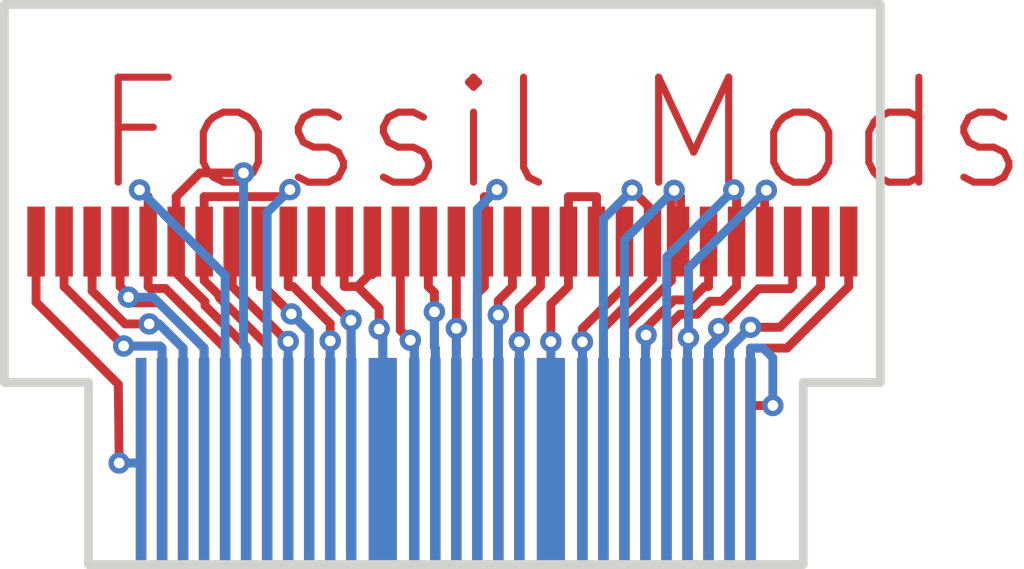
<source format=kicad_pcb>
(kicad_pcb (version 20171130) (host pcbnew "(5.1.5)-3") (page "A4") (layers (0 "F.Cu" signal) (31 "B.Cu" signal) (32 "B.Adhes" user) (33 "F.Adhes" user) (34 "B.Paste" user) (35 "F.Paste" user) (36 "B.SilkS" user) (37 "F.SilkS" user) (38 "B.Mask" user) (39 "F.Mask" user) (40 "Dwgs.User" user) (41 "Cmts.User" user) (42 "Eco1.User" user) (43 "Eco2.User" user) (44 "Edge.Cuts" user) (45 "Margin" user) (46 "B.CrtYd" user) (47 "F.CrtYd" user) (48 "B.Fab" user hide) (49 "F.Fab" user hide)) (net 0 "") (net 1 "P1") (net 2 "P10") (net 3 "P11") (net 4 "P12") (net 5 "P14") (net 6 "P15") (net 7 "P16") (net 8 "P17") (net 9 "P18") (net 10 "P19") (net 11 "P2") (net 12 "P20") (net 13 "P22") (net 14 "P23") (net 15 "P24") (net 16 "P25") (net 17 "P26") (net 18 "P27") (net 19 "P28") (net 20 "P29") (net 21 "P3") (net 22 "P30") (net 23 "P31") (net 24 "P32") (net 25 "P4") (net 26 "P5") (net 27 "P6") (net 28 "P7") (net 29 "P8") (net 30 "P9") (segment (start 27.213 66.926) (end 26.588 66.926) (width 0.254) (layer "B.Cu") (net 1)) (segment (start 26.717 63.584) (end 27.756 63.584) (width 0.254) (layer "B.Cu") (net 11)) (segment (start 27.756 63.584) (end 27.814 63.643) (width 0.254) (layer "B.Cu") (net 11)) (segment (start 27.814 66.926) (end 27.814 63.643) (width 0.254) (layer "B.Cu") (net 11)) (segment (start 29.014 63.643) (end 27.559 62.188) (width 0.254) (layer "B.Cu") (net 25)) (segment (start 27.559 62.188) (end 26.855 62.188) (width 0.254) (layer "B.Cu") (net 25)) (segment (start 29.014 66.926) (end 29.014 63.643) (width 0.254) (layer "B.Cu") (net 25)) (segment (start 28.414 66.926) (end 28.414 63.643) (width 0.254) (layer "B.Cu") (net 21)) (segment (start 28.414 63.643) (end 27.724 62.952) (width 0.254) (layer "B.Cu") (net 21)) (segment (start 27.724 62.952) (end 27.445 62.952) (width 0.254) (layer "B.Cu") (net 21)) (segment (start 30.214 63.643) (end 30.139 63.567) (width 0.254) (layer "B.Cu") (net 27)) (segment (start 30.139 63.567) (end 30.139 58.638) (width 0.254) (layer "B.Cu") (net 27)) (segment (start 30.214 66.926) (end 30.214 63.643) (width 0.254) (layer "B.Cu") (net 27)) (segment (start 29.614 66.926) (end 29.614 61.566) (width 0.254) (layer "B.Cu") (net 26)) (segment (start 29.614 61.566) (end 27.17 59.122) (width 0.254) (layer "B.Cu") (net 26)) (segment (start 33.214 66.926) (end 33.214 62.858) (width 0.254) (layer "B.Cu") (net 3)) (segment (start 33.214 62.858) (end 33.207 62.85) (width 0.254) (layer "B.Cu") (net 3)) (segment (start 31.504 62.667) (end 32.014 63.177) (width 0.254) (layer "B.Cu") (net 30)) (segment (start 32.014 63.177) (end 32.014 66.926) (width 0.254) (layer "B.Cu") (net 30)) (segment (start 32.614 63.437) (end 32.614 66.926) (width 0.254) (layer "B.Cu") (net 2)) (segment (start 31.414 66.926) (end 31.414 63.451) (width 0.254) (layer "B.Cu") (net 29)) (segment (start 30.814 66.926) (end 30.814 63.643) (width 0.254) (layer "B.Cu") (net 28)) (segment (start 31.463 59.115) (end 30.814 59.764) (width 0.254) (layer "B.Cu") (net 28)) (segment (start 30.814 59.764) (end 30.814 63.643) (width 0.254) (layer "B.Cu") (net 28)) (segment (start 37.373 59.115) (end 36.814 59.674) (width 0.254) (layer "B.Cu") (net 8)) (segment (start 36.814 59.674) (end 36.814 66.926) (width 0.254) (layer "B.Cu") (net 8)) (segment (start 37.414 62.697) (end 37.414 66.926) (width 0.254) (layer "B.Cu") (net 9)) (segment (start 35.614 63.642) (end 35.588 63.616) (width 0.254) (layer "B.Cu") (net 6)) (segment (start 35.588 63.616) (end 35.588 62.607) (width 0.254) (layer "B.Cu") (net 6)) (segment (start 35.614 66.926) (end 35.614 63.642) (width 0.254) (layer "B.Cu") (net 6)) (segment (start 36.214 66.926) (end 36.214 63.082) (width 0.254) (layer "B.Cu") (net 7)) (segment (start 36.214 63.082) (end 36.216 63.08) (width 0.254) (layer "B.Cu") (net 7)) (segment (start 35.014 66.926) (end 35.014 63.642) (width 0.254) (layer "B.Cu") (net 5)) (segment (start 34.9 63.419) (end 34.9 63.529) (width 0.254) (layer "B.Cu") (net 5)) (segment (start 34.9 63.529) (end 35.014 63.642) (width 0.254) (layer "B.Cu") (net 5)) (segment (start 40.414 66.926) (end 40.414 59.951) (width 0.254) (layer "B.Cu") (net 14)) (segment (start 40.414 59.951) (end 41.234 59.131) (width 0.254) (layer "B.Cu") (net 14)) (segment (start 41.014 66.926) (end 41.014 60.555) (width 0.254) (layer "B.Cu") (net 15)) (segment (start 41.014 60.555) (end 42.433 59.136) (width 0.254) (layer "B.Cu") (net 15)) (segment (start 39.814 66.926) (end 39.814 63.464) (width 0.254) (layer "B.Cu") (net 13)) (segment (start 38.014 66.926) (end 38.014 63.464) (width 0.254) (layer "B.Cu") (net 10)) (segment (start 44.014 63.642) (end 44.607 63.049) (width 0.254) (layer "B.Cu") (net 20)) (segment (start 44.607 63.049) (end 44.614 63.049) (width 0.254) (layer "B.Cu") (net 20)) (segment (start 44.014 66.926) (end 44.014 63.642) (width 0.254) (layer "B.Cu") (net 20)) (segment (start 44.614 63.642) (end 44.974 63.642) (width 0.254) (layer "B.Cu") (net 22)) (segment (start 44.974 63.642) (end 45.25 63.919) (width 0.254) (layer "B.Cu") (net 22)) (segment (start 45.25 63.919) (end 45.25 65.284) (width 0.254) (layer "B.Cu") (net 22)) (segment (start 44.614 66.926) (end 44.614 63.642) (width 0.254) (layer "B.Cu") (net 22)) (segment (start 45.065 59.133) (end 42.843 61.355) (width 0.254) (layer "B.Cu") (net 18)) (segment (start 42.843 61.355) (end 42.843 63.35) (width 0.254) (layer "B.Cu") (net 18)) (segment (start 42.843 63.35) (end 42.843 63.614) (width 0.254) (layer "B.Cu") (net 18)) (segment (start 42.843 63.614) (end 42.814 63.642) (width 0.254) (layer "B.Cu") (net 18)) (segment (start 42.814 66.926) (end 42.814 63.642) (width 0.254) (layer "B.Cu") (net 18)) (segment (start 43.703 63.085) (end 43.703 63.33) (width 0.254) (layer "B.Cu") (net 19)) (segment (start 43.703 63.33) (end 43.414 63.619) (width 0.254) (layer "B.Cu") (net 19)) (segment (start 43.414 63.619) (end 43.414 66.926) (width 0.254) (layer "B.Cu") (net 19)) (segment (start 42.214 63.642) (end 42.221 63.635) (width 0.254) (layer "B.Cu") (net 17)) (segment (start 42.221 63.635) (end 42.221 61.037) (width 0.254) (layer "B.Cu") (net 17)) (segment (start 42.221 61.037) (end 44.136 59.122) (width 0.254) (layer "B.Cu") (net 17)) (segment (start 42.214 66.926) (end 42.214 63.642) (width 0.254) (layer "B.Cu") (net 17)) (segment (start 41.614 66.926) (end 41.614 63.287) (width 0.254) (layer "B.Cu") (net 16)) (segment (start 41.614 63.287) (end 41.631 63.27) (width 0.254) (layer "B.Cu") (net 16)) (segment (start 34.114 66.926) (end 34.114 63.204) (width 0.254) (layer "B.Cu") (net 4)) (segment (start 34.114 63.204) (end 34.011 63.1) (width 0.254) (layer "B.Cu") (net 4)) (segment (start 38.914 66.926) (end 38.914 63.457) (width 0.254) (layer "B.Cu") (net 12)) (module "AutoGenerated:Pad_0.30mm" (layer "F.Cu") (at 27.213 66.926) (attr virtual) (fp_text reference "" (at 0 0) (layer "F.SilkS")) (fp_text value "" (at 0 0) (layer "F.SilkS")) (pad 1 smd rect (at 0 0 0) (size 0.3 6) (layers "B.Cu" "B.Paste" "B.Mask") (net 1 "P1"))) (module "AutoGenerated:Pad_0.80mm" (layer "F.Cu") (at 38.914 66.926) (attr virtual) (fp_text reference "" (at 0 0) (layer "F.SilkS")) (fp_text value "" (at 0 0) (layer "F.SilkS")) (pad 1 smd rect (at 0 0 0) (size 0.8 6) (layers "B.Cu" "B.Paste" "B.Mask") (net 12 "P20"))) (module "AutoGenerated:Pad_0.80mm" (layer "F.Cu") (at 34.114 66.926) (attr virtual) (fp_text reference "" (at 0 0) (layer "F.SilkS")) (fp_text value "" (at 0 0) (layer "F.SilkS")) (pad 1 smd rect (at 0 0 0) (size 0.8 6) (layers "B.Cu" "B.Paste" "B.Mask") (net 4 "P12"))) (module "AutoGenerated:Pad_0.30mm" (layer "F.Cu") (at 41.614 66.926) (attr virtual) (fp_text reference "" (at 0 0) (layer "F.SilkS")) (fp_text value "" (at 0 0) (layer "F.SilkS")) (pad 1 smd rect (at 0 0 0) (size 0.3 6) (layers "B.Cu" "B.Paste" "B.Mask") (net 16 "P25"))) (module "AutoGenerated:Pad_0.30mm" (layer "F.Cu") (at 42.214 66.926) (attr virtual) (fp_text reference "" (at 0 0) (layer "F.SilkS")) (fp_text value "" (at 0 0) (layer "F.SilkS")) (pad 1 smd rect (at 0 0 0) (size 0.3 6) (layers "B.Cu" "B.Paste" "B.Mask") (net 17 "P26"))) (module "AutoGenerated:Pad_0.30mm" (layer "F.Cu") (at 43.414 66.926) (attr virtual) (fp_text reference "" (at 0 0) (layer "F.SilkS")) (fp_text value "" (at 0 0) (layer "F.SilkS")) (pad 1 smd rect (at 0 0 0) (size 0.3 6) (layers "B.Cu" "B.Paste" "B.Mask") (net 19 "P28"))) (module "AutoGenerated:Pad_0.30mm" (layer "F.Cu") (at 42.814 66.926) (attr virtual) (fp_text reference "" (at 0 0) (layer "F.SilkS")) (fp_text value "" (at 0 0) (layer "F.SilkS")) (pad 1 smd rect (at 0 0 0) (size 0.3 6) (layers "B.Cu" "B.Paste" "B.Mask") (net 18 "P27"))) (module "AutoGenerated:Pad_0.30mm" (layer "F.Cu") (at 44.614 66.926) (attr virtual) (fp_text reference "" (at 0 0) (layer "F.SilkS")) (fp_text value "" (at 0 0) (layer "F.SilkS")) (pad 1 smd rect (at 0 0 0) (size 0.3 6) (layers "B.Cu" "B.Paste" "B.Mask") (net 22 "P30"))) (module "AutoGenerated:Pad_0.30mm" (layer "F.Cu") (at 44.014 66.926) (attr virtual) (fp_text reference "" (at 0 0) (layer "F.SilkS")) (fp_text value "" (at 0 0) (layer "F.SilkS")) (pad 1 smd rect (at 0 0 0) (size 0.3 6) (layers "B.Cu" "B.Paste" "B.Mask") (net 20 "P29"))) (module "AutoGenerated:Pad_0.30mm" (layer "F.Cu") (at 38.014 66.926) (attr virtual) (fp_text reference "" (at 0 0) (layer "F.SilkS")) (fp_text value "" (at 0 0) (layer "F.SilkS")) (pad 1 smd rect (at 0 0 0) (size 0.3 6) (layers "B.Cu" "B.Paste" "B.Mask") (net 10 "P19"))) (module "AutoGenerated:Pad_0.30mm" (layer "F.Cu") (at 39.814 66.926) (attr virtual) (fp_text reference "" (at 0 0) (layer "F.SilkS")) (fp_text value "" (at 0 0) (layer "F.SilkS")) (pad 1 smd rect (at 0 0 0) (size 0.3 6) (layers "B.Cu" "B.Paste" "B.Mask") (net 13 "P22"))) (module "AutoGenerated:Pad_0.30mm" (layer "F.Cu") (at 41.014 66.926) (attr virtual) (fp_text reference "" (at 0 0) (layer "F.SilkS")) (fp_text value "" (at 0 0) (layer "F.SilkS")) (pad 1 smd rect (at 0 0 0) (size 0.3 6) (layers "B.Cu" "B.Paste" "B.Mask") (net 15 "P24"))) (module "AutoGenerated:Pad_0.30mm" (layer "F.Cu") (at 40.414 66.926) (attr virtual) (fp_text reference "" (at 0 0) (layer "F.SilkS")) (fp_text value "" (at 0 0) (layer "F.SilkS")) (pad 1 smd rect (at 0 0 0) (size 0.3 6) (layers "B.Cu" "B.Paste" "B.Mask") (net 14 "P23"))) (module "AutoGenerated:Pad_0.30mm" (layer "F.Cu") (at 35.014 66.926) (attr virtual) (fp_text reference "" (at 0 0) (layer "F.SilkS")) (fp_text value "" (at 0 0) (layer "F.SilkS")) (pad 1 smd rect (at 0 0 0) (size 0.3 6) (layers "B.Cu" "B.Paste" "B.Mask") (net 5 "P14"))) (module "AutoGenerated:Pad_0.30mm" (layer "F.Cu") (at 36.214 66.926) (attr virtual) (fp_text reference "" (at 0 0) (layer "F.SilkS")) (fp_text value "" (at 0 0) (layer "F.SilkS")) (pad 1 smd rect (at 0 0 0) (size 0.3 6) (layers "B.Cu" "B.Paste" "B.Mask") (net 7 "P16"))) (module "AutoGenerated:Pad_0.30mm" (layer "F.Cu") (at 35.614 66.926) (attr virtual) (fp_text reference "" (at 0 0) (layer "F.SilkS")) (fp_text value "" (at 0 0) (layer "F.SilkS")) (pad 1 smd rect (at 0 0 0) (size 0.3 6) (layers "B.Cu" "B.Paste" "B.Mask") (net 6 "P15"))) (module "AutoGenerated:Pad_0.30mm" (layer "F.Cu") (at 37.414 66.926) (attr virtual) (fp_text reference "" (at 0 0) (layer "F.SilkS")) (fp_text value "" (at 0 0) (layer "F.SilkS")) (pad 1 smd rect (at 0 0 0) (size 0.3 6) (layers "B.Cu" "B.Paste" "B.Mask") (net 9 "P18"))) (module "AutoGenerated:Pad_0.30mm" (layer "F.Cu") (at 36.814 66.926) (attr virtual) (fp_text reference "" (at 0 0) (layer "F.SilkS")) (fp_text value "" (at 0 0) (layer "F.SilkS")) (pad 1 smd rect (at 0 0 0) (size 0.3 6) (layers "B.Cu" "B.Paste" "B.Mask") (net 8 "P17"))) (module "AutoGenerated:Pad_0.30mm" (layer "F.Cu") (at 30.814 66.926) (attr virtual) (fp_text reference "" (at 0 0) (layer "F.SilkS")) (fp_text value "" (at 0 0) (layer "F.SilkS")) (pad 1 smd rect (at 0 0 0) (size 0.3 6) (layers "B.Cu" "B.Paste" "B.Mask") (net 28 "P7"))) (module "AutoGenerated:Pad_0.30mm" (layer "F.Cu") (at 31.414 66.926) (attr virtual) (fp_text reference "" (at 0 0) (layer "F.SilkS")) (fp_text value "" (at 0 0) (layer "F.SilkS")) (pad 1 smd rect (at 0 0 0) (size 0.3 6) (layers "B.Cu" "B.Paste" "B.Mask") (net 29 "P8"))) (module "AutoGenerated:Pad_0.30mm" (layer "F.Cu") (at 32.614 66.926) (attr virtual) (fp_text reference "" (at 0 0) (layer "F.SilkS")) (fp_text value "" (at 0 0) (layer "F.SilkS")) (pad 1 smd rect (at 0 0 0) (size 0.3 6) (layers "B.Cu" "B.Paste" "B.Mask") (net 2 "P10"))) (module "AutoGenerated:Pad_0.30mm" (layer "F.Cu") (at 32.014 66.926) (attr virtual) (fp_text reference "" (at 0 0) (layer "F.SilkS")) (fp_text value "" (at 0 0) (layer "F.SilkS")) (pad 1 smd rect (at 0 0 0) (size 0.3 6) (layers "B.Cu" "B.Paste" "B.Mask") (net 30 "P9"))) (module "AutoGenerated:Pad_0.30mm" (layer "F.Cu") (at 33.214 66.926) (attr virtual) (fp_text reference "" (at 0 0) (layer "F.SilkS")) (fp_text value "" (at 0 0) (layer "F.SilkS")) (pad 1 smd rect (at 0 0 0) (size 0.3 6) (layers "B.Cu" "B.Paste" "B.Mask") (net 3 "P11"))) (module "AutoGenerated:Pad_0.30mm" (layer "F.Cu") (at 29.614 66.926) (attr virtual) (fp_text reference "" (at 0 0) (layer "F.SilkS")) (fp_text value "" (at 0 0) (layer "F.SilkS")) (pad 1 smd rect (at 0 0 0) (size 0.3 6) (layers "B.Cu" "B.Paste" "B.Mask") (net 26 "P5"))) (module "AutoGenerated:Pad_0.30mm" (layer "F.Cu") (at 30.214 66.926) (attr virtual) (fp_text reference "" (at 0 0) (layer "F.SilkS")) (fp_text value "" (at 0 0) (layer "F.SilkS")) (pad 1 smd rect (at 0 0 0) (size 0.3 6) (layers "B.Cu" "B.Paste" "B.Mask") (net 27 "P6"))) (module "AutoGenerated:Pad_0.30mm" (layer "F.Cu") (at 28.414 66.926) (attr virtual) (fp_text reference "" (at 0 0) (layer "F.SilkS")) (fp_text value "" (at 0 0) (layer "F.SilkS")) (pad 1 smd rect (at 0 0 0) (size 0.3 6) (layers "B.Cu" "B.Paste" "B.Mask") (net 21 "P3"))) (module "AutoGenerated:Pad_0.30mm" (layer "F.Cu") (at 29.014 66.926) (attr virtual) (fp_text reference "" (at 0 0) (layer "F.SilkS")) (fp_text value "" (at 0 0) (layer "F.SilkS")) (pad 1 smd rect (at 0 0 0) (size 0.3 6) (layers "B.Cu" "B.Paste" "B.Mask") (net 25 "P4"))) (module "AutoGenerated:Pad_0.30mm" (layer "F.Cu") (at 27.814 66.926) (attr virtual) (fp_text reference "" (at 0 0) (layer "F.SilkS")) (fp_text value "" (at 0 0) (layer "F.SilkS")) (pad 1 smd rect (at 0 0 0) (size 0.3 6) (layers "B.Cu" "B.Paste" "B.Mask") (net 11 "P2"))) (gr_line (start 46.119 64.626) (end 46.119 69.827) (width 0.254) (layer "Edge.Cuts")) (gr_line (start 48.319 53.823) (end 48.319 64.626) (width 0.254) (layer "Edge.Cuts")) (gr_line (start 48.319 64.626) (end 46.119 64.626) (width 0.254) (layer "Edge.Cuts")) (gr_line (start 23.313 64.626) (end 23.313 53.823) (width 0.254) (layer "Edge.Cuts")) (gr_line (start 25.714 64.626) (end 25.714 69.827) (width 0.254) (layer "Edge.Cuts")) (gr_line (start 25.714 64.626) (end 23.313 64.626) (width 0.254) (layer "Edge.Cuts")) (gr_line (start 46.119 69.827) (end 25.714 69.827) (width 0.254) (layer "Edge.Cuts")) (gr_line (start 23.313 53.823) (end 48.319 53.823) (width 0.254) (layer "Edge.Cuts")) (segment (start 24.216 60.599) (end 24.216 62.329) (width 0.254) (layer "F.Cu") (net 1)) (segment (start 24.216 62.329) (end 26.563 64.676) (width 0.254) (layer "F.Cu") (net 1)) (segment (start 26.563 64.676) (end 26.589 66.926) (width 0.254) (layer "F.Cu") (net 1)) (segment (start 26.588 66.926) (end 27.213 66.926) (width 0.254) (layer "F.Cu") (net 1)) (segment (start 27.213 66.926) (end 27.214 66.926) (width 0.254) (layer "F.Cu") (net 1)) (segment (start 26.717 63.584) (end 27.756 63.584) (width 0.254) (layer "F.Cu") (net 11)) (segment (start 27.756 63.584) (end 27.814 63.643) (width 0.254) (layer "F.Cu") (net 11)) (segment (start 25.016 61.883) (end 26.717 63.584) (width 0.254) (layer "F.Cu") (net 11)) (segment (start 27.814 66.926) (end 27.814 63.643) (width 0.254) (layer "F.Cu") (net 11)) (segment (start 25.016 60.599) (end 25.016 61.883) (width 0.254) (layer "F.Cu") (net 11)) (segment (start 26.855 62.188) (end 27.018 62.351) (width 0.254) (layer "F.Cu") (net 25)) (segment (start 27.018 62.351) (end 27.723 62.351) (width 0.254) (layer "F.Cu") (net 25)) (segment (start 27.723 62.351) (end 29.014 63.643) (width 0.254) (layer "F.Cu") (net 25)) (segment (start 26.616 61.883) (end 26.855 62.121) (width 0.254) (layer "F.Cu") (net 25)) (segment (start 26.855 62.121) (end 26.855 62.188) (width 0.254) (layer "F.Cu") (net 25)) (segment (start 29.014 66.926) (end 29.014 63.643) (width 0.254) (layer "F.Cu") (net 25)) (segment (start 26.616 60.599) (end 26.616 61.883) (width 0.254) (layer "F.Cu") (net 25)) (segment (start 27.445 62.952) (end 27.724 62.952) (width 0.254) (layer "F.Cu") (net 21)) (segment (start 27.724 62.952) (end 28.414 63.643) (width 0.254) (layer "F.Cu") (net 21)) (segment (start 25.816 60.599) (end 25.816 62.009) (width 0.254) (layer "F.Cu") (net 21)) (segment (start 25.816 62.009) (end 26.759 62.952) (width 0.254) (layer "F.Cu") (net 21)) (segment (start 26.759 62.952) (end 27.445 62.952) (width 0.254) (layer "F.Cu") (net 21)) (segment (start 28.414 66.926) (end 28.414 63.643) (width 0.254) (layer "F.Cu") (net 21)) (segment (start 30.214 66.926) (end 30.214 63.604) (width 0.254) (layer "F.Cu") (net 27)) (segment (start 30.214 63.604) (end 29.039 62.429) (width 0.254) (layer "F.Cu") (net 27)) (segment (start 29.039 62.429) (end 29.039 62.317) (width 0.254) (layer "F.Cu") (net 27)) (segment (start 29.039 62.317) (end 28.216 61.494) (width 0.254) (layer "F.Cu") (net 27)) (segment (start 28.216 61.494) (end 28.216 60.599) (width 0.254) (layer "F.Cu") (net 27)) (segment (start 28.216 60.599) (end 28.216 59.316) (width 0.254) (layer "F.Cu") (net 27)) (segment (start 28.216 59.316) (end 28.894 58.638) (width 0.254) (layer "F.Cu") (net 27)) (segment (start 28.894 58.638) (end 30.139 58.638) (width 0.254) (layer "F.Cu") (net 27)) (segment (start 27.416 60.599) (end 27.416 61.883) (width 0.254) (layer "F.Cu") (net 26)) (segment (start 29.614 63.643) (end 27.911 61.94) (width 0.254) (layer "F.Cu") (net 26)) (segment (start 27.911 61.94) (end 27.473 61.94) (width 0.254) (layer "F.Cu") (net 26)) (segment (start 27.473 61.94) (end 27.416 61.883) (width 0.254) (layer "F.Cu") (net 26)) (segment (start 27.416 60.599) (end 27.416 59.316) (width 0.254) (layer "F.Cu") (net 26)) (segment (start 27.17 59.122) (end 27.364 59.316) (width 0.254) (layer "F.Cu") (net 26)) (segment (start 27.364 59.316) (end 27.416 59.316) (width 0.254) (layer "F.Cu") (net 26)) (segment (start 29.614 66.926) (end 29.614 63.643) (width 0.254) (layer "F.Cu") (net 26)) (segment (start 33.214 66.926) (end 33.214 63.642) (width 0.254) (layer "F.Cu") (net 3)) (segment (start 33.207 62.85) (end 33.207 63.635) (width 0.254) (layer "F.Cu") (net 3)) (segment (start 33.207 63.635) (end 33.214 63.642) (width 0.254) (layer "F.Cu") (net 3)) (segment (start 32.216 61.883) (end 33.183 62.85) (width 0.254) (layer "F.Cu") (net 3)) (segment (start 33.183 62.85) (end 33.207 62.85) (width 0.254) (layer "F.Cu") (net 3)) (segment (start 32.216 60.599) (end 32.216 61.883) (width 0.254) (layer "F.Cu") (net 3)) (segment (start 31.504 62.667) (end 30.72 61.883) (width 0.254) (layer "F.Cu") (net 30)) (segment (start 30.72 61.883) (end 30.616 61.883) (width 0.254) (layer "F.Cu") (net 30)) (segment (start 32.014 66.926) (end 32.014 63.177) (width 0.254) (layer "F.Cu") (net 30)) (segment (start 32.014 63.177) (end 31.504 62.667) (width 0.254) (layer "F.Cu") (net 30)) (segment (start 30.616 60.599) (end 30.616 61.883) (width 0.254) (layer "F.Cu") (net 30)) (segment (start 32.614 63.437) (end 32.614 62.943) (width 0.254) (layer "F.Cu") (net 2)) (segment (start 32.614 62.943) (end 31.554 61.883) (width 0.254) (layer "F.Cu") (net 2)) (segment (start 31.554 61.883) (end 31.416 61.883) (width 0.254) (layer "F.Cu") (net 2)) (segment (start 32.614 66.926) (end 32.614 63.437) (width 0.254) (layer "F.Cu") (net 2)) (segment (start 31.416 60.599) (end 31.416 61.883) (width 0.254) (layer "F.Cu") (net 2)) (segment (start 31.414 63.451) (end 31.384 63.451) (width 0.254) (layer "F.Cu") (net 29)) (segment (start 31.384 63.451) (end 29.816 61.883) (width 0.254) (layer "F.Cu") (net 29)) (segment (start 31.414 66.926) (end 31.414 63.451) (width 0.254) (layer "F.Cu") (net 29)) (segment (start 29.816 60.599) (end 29.816 61.883) (width 0.254) (layer "F.Cu") (net 29)) (segment (start 30.814 66.926) (end 30.814 63.568) (width 0.254) (layer "F.Cu") (net 28)) (segment (start 30.814 63.568) (end 29.454 62.209) (width 0.254) (layer "F.Cu") (net 28)) (segment (start 29.454 62.209) (end 29.454 62.189) (width 0.254) (layer "F.Cu") (net 28)) (segment (start 29.454 62.189) (end 29.45 62.185) (width 0.254) (layer "F.Cu") (net 28)) (segment (start 29.45 62.185) (end 29.45 62.146) (width 0.254) (layer "F.Cu") (net 28)) (segment (start 29.45 62.146) (end 29.016 61.712) (width 0.254) (layer "F.Cu") (net 28)) (segment (start 29.016 61.712) (end 29.016 60.599) (width 0.254) (layer "F.Cu") (net 28)) (segment (start 29.016 60.599) (end 29.016 59.316) (width 0.254) (layer "F.Cu") (net 28)) (segment (start 29.016 59.316) (end 29.017 59.315) (width 0.254) (layer "F.Cu") (net 28)) (segment (start 29.017 59.315) (end 31.263 59.315) (width 0.254) (layer "F.Cu") (net 28)) (segment (start 31.263 59.315) (end 31.463 59.115) (width 0.254) (layer "F.Cu") (net 28)) (segment (start 37.016 60.599) (end 37.016 59.316) (width 0.254) (layer "F.Cu") (net 8)) (segment (start 37.016 59.316) (end 37.173 59.316) (width 0.254) (layer "F.Cu") (net 8)) (segment (start 37.173 59.316) (end 37.373 59.115) (width 0.254) (layer "F.Cu") (net 8)) (segment (start 37.016 61.138) (end 37.016 60.599) (width 0.254) (layer "F.Cu") (net 8)) (segment (start 37.016 61.138) (end 37.016 61.883) (width 0.254) (layer "F.Cu") (net 8)) (segment (start 37.016 61.883) (end 36.814 62.085) (width 0.254) (layer "F.Cu") (net 8)) (segment (start 36.814 62.085) (end 36.814 66.926) (width 0.254) (layer "F.Cu") (net 8)) (segment (start 37.414 62.697) (end 37.414 62.285) (width 0.254) (layer "F.Cu") (net 9)) (segment (start 37.414 62.285) (end 37.816 61.883) (width 0.254) (layer "F.Cu") (net 9)) (segment (start 37.414 66.926) (end 37.414 62.697) (width 0.254) (layer "F.Cu") (net 9)) (segment (start 37.816 60.599) (end 37.816 61.883) (width 0.254) (layer "F.Cu") (net 9)) (segment (start 35.588 62.607) (end 35.588 63.616) (width 0.254) (layer "F.Cu") (net 6)) (segment (start 35.588 63.616) (end 35.614 63.642) (width 0.254) (layer "F.Cu") (net 6)) (segment (start 35.614 66.926) (end 35.614 63.642) (width 0.254) (layer "F.Cu") (net 6)) (segment (start 35.416 61.883) (end 35.588 62.055) (width 0.254) (layer "F.Cu") (net 6)) (segment (start 35.588 62.055) (end 35.588 62.607) (width 0.254) (layer "F.Cu") (net 6)) (segment (start 35.416 60.599) (end 35.416 61.883) (width 0.254) (layer "F.Cu") (net 6)) (segment (start 36.216 63.08) (end 36.216 63.64) (width 0.254) (layer "F.Cu") (net 7)) (segment (start 36.216 63.64) (end 36.214 63.642) (width 0.254) (layer "F.Cu") (net 7)) (segment (start 36.216 60.599) (end 36.216 63.08) (width 0.254) (layer "F.Cu") (net 7)) (segment (start 36.214 66.926) (end 36.214 63.642) (width 0.254) (layer "F.Cu") (net 7)) (segment (start 34.9 63.419) (end 34.9 63.529) (width 0.254) (layer "F.Cu") (net 5)) (segment (start 34.9 63.529) (end 35.014 63.642) (width 0.254) (layer "F.Cu") (net 5)) (segment (start 35.014 66.926) (end 35.014 63.642) (width 0.254) (layer "F.Cu") (net 5)) (segment (start 34.9 63.419) (end 34.616 63.134) (width 0.254) (layer "F.Cu") (net 5)) (segment (start 34.616 63.134) (end 34.616 60.599) (width 0.254) (layer "F.Cu") (net 5)) (segment (start 41.816 60.599) (end 41.816 59.713) (width 0.254) (layer "F.Cu") (net 14)) (segment (start 41.816 59.713) (end 41.234 59.131) (width 0.254) (layer "F.Cu") (net 14)) (segment (start 40.414 63.642) (end 40.414 63.067) (width 0.254) (layer "F.Cu") (net 14)) (segment (start 40.414 63.067) (end 41.816 61.665) (width 0.254) (layer "F.Cu") (net 14)) (segment (start 41.816 61.665) (end 41.816 60.599) (width 0.254) (layer "F.Cu") (net 14)) (segment (start 40.414 66.926) (end 40.414 63.642) (width 0.254) (layer "F.Cu") (net 14)) (segment (start 41.014 66.926) (end 41.014 63.049) (width 0.254) (layer "F.Cu") (net 15)) (segment (start 41.014 63.049) (end 41.825 62.239) (width 0.254) (layer "F.Cu") (net 15)) (segment (start 41.825 62.239) (end 41.829 62.239) (width 0.254) (layer "F.Cu") (net 15)) (segment (start 41.829 62.239) (end 42.351 61.717) (width 0.254) (layer "F.Cu") (net 15)) (segment (start 42.351 61.717) (end 42.351 61.709) (width 0.254) (layer "F.Cu") (net 15)) (segment (start 42.351 61.709) (end 42.355 61.705) (width 0.254) (layer "F.Cu") (net 15)) (segment (start 42.355 61.705) (end 42.355 61.302) (width 0.254) (layer "F.Cu") (net 15)) (segment (start 42.355 61.302) (end 42.351 61.299) (width 0.254) (layer "F.Cu") (net 15)) (segment (start 42.351 61.299) (end 42.351 59.482) (width 0.254) (layer "F.Cu") (net 15)) (segment (start 42.351 59.482) (end 42.225 59.356) (width 0.254) (layer "F.Cu") (net 15)) (segment (start 42.225 59.356) (end 42.225 59.348) (width 0.254) (layer "F.Cu") (net 15)) (segment (start 42.225 59.348) (end 42.257 59.316) (width 0.254) (layer "F.Cu") (net 15)) (segment (start 42.257 59.316) (end 42.433 59.316) (width 0.254) (layer "F.Cu") (net 15)) (segment (start 42.433 59.316) (end 42.616 59.316) (width 0.254) (layer "F.Cu") (net 15)) (segment (start 42.433 59.316) (end 42.433 59.136) (width 0.254) (layer "F.Cu") (net 15)) (segment (start 42.616 60.599) (end 42.616 59.316) (width 0.254) (layer "F.Cu") (net 15)) (segment (start 41.016 61.883) (end 39.814 63.085) (width 0.254) (layer "F.Cu") (net 13)) (segment (start 39.814 63.085) (end 39.814 63.464) (width 0.254) (layer "F.Cu") (net 13)) (segment (start 39.814 63.464) (end 39.814 66.926) (width 0.254) (layer "F.Cu") (net 13)) (segment (start 41.016 60.599) (end 41.016 61.883) (width 0.254) (layer "F.Cu") (net 13)) (segment (start 38.014 63.464) (end 38.014 66.926) (width 0.254) (layer "F.Cu") (net 10)) (segment (start 38.616 61.883) (end 38.014 62.485) (width 0.254) (layer "F.Cu") (net 10)) (segment (start 38.014 62.485) (end 38.014 63.464) (width 0.254) (layer "F.Cu") (net 10)) (segment (start 38.616 60.599) (end 38.616 61.883) (width 0.254) (layer "F.Cu") (net 10)) (segment (start 44.614 63.049) (end 44.607 63.049) (width 0.254) (layer "F.Cu") (net 20)) (segment (start 44.607 63.049) (end 44.014 63.642) (width 0.254) (layer "F.Cu") (net 20)) (segment (start 46.616 61.883) (end 45.45 63.049) (width 0.254) (layer "F.Cu") (net 20)) (segment (start 45.45 63.049) (end 44.614 63.049) (width 0.254) (layer "F.Cu") (net 20)) (segment (start 46.616 60.599) (end 46.616 61.883) (width 0.254) (layer "F.Cu") (net 20)) (segment (start 44.014 66.926) (end 44.014 63.642) (width 0.254) (layer "F.Cu") (net 20)) (segment (start 44.614 63.642) (end 45.657 63.642) (width 0.254) (layer "F.Cu") (net 22)) (segment (start 45.657 63.642) (end 47.416 61.883) (width 0.254) (layer "F.Cu") (net 22)) (segment (start 44.614 65.284) (end 45.25 65.284) (width 0.254) (layer "F.Cu") (net 22)) (segment (start 44.614 65.284) (end 44.614 63.642) (width 0.254) (layer "F.Cu") (net 22)) (segment (start 44.614 66.926) (end 44.614 65.284) (width 0.254) (layer "F.Cu") (net 22)) (segment (start 47.416 60.599) (end 47.416 61.883) (width 0.254) (layer "F.Cu") (net 22)) (segment (start 45.016 60.599) (end 45.016 59.316) (width 0.254) (layer "F.Cu") (net 18)) (segment (start 45.016 59.316) (end 45.065 59.267) (width 0.254) (layer "F.Cu") (net 18)) (segment (start 45.065 59.267) (end 45.065 59.133) (width 0.254) (layer "F.Cu") (net 18)) (segment (start 42.814 63.642) (end 42.843 63.614) (width 0.254) (layer "F.Cu") (net 18)) (segment (start 42.843 63.614) (end 42.843 63.35) (width 0.254) (layer "F.Cu") (net 18)) (segment (start 42.814 66.926) (end 42.814 63.642) (width 0.254) (layer "F.Cu") (net 18)) (segment (start 43.703 63.085) (end 44.841 61.947) (width 0.254) (layer "F.Cu") (net 19)) (segment (start 44.841 61.947) (end 45.752 61.947) (width 0.254) (layer "F.Cu") (net 19)) (segment (start 45.752 61.947) (end 45.816 61.883) (width 0.254) (layer "F.Cu") (net 19)) (segment (start 43.414 66.926) (end 43.414 63.618) (width 0.254) (layer "F.Cu") (net 19)) (segment (start 43.414 63.618) (end 43.703 63.33) (width 0.254) (layer "F.Cu") (net 19)) (segment (start 43.703 63.33) (end 43.703 63.085) (width 0.254) (layer "F.Cu") (net 19)) (segment (start 45.816 60.599) (end 45.816 61.883) (width 0.254) (layer "F.Cu") (net 19)) (segment (start 44.216 61.883) (end 43.794 62.305) (width 0.254) (layer "F.Cu") (net 17)) (segment (start 43.794 62.305) (end 43.459 62.305) (width 0.254) (layer "F.Cu") (net 17)) (segment (start 43.459 62.305) (end 43.087 62.677) (width 0.254) (layer "F.Cu") (net 17)) (segment (start 43.087 62.677) (end 42.601 62.677) (width 0.254) (layer "F.Cu") (net 17)) (segment (start 42.601 62.677) (end 42.253 63.026) (width 0.254) (layer "F.Cu") (net 17)) (segment (start 42.253 63.026) (end 42.253 63.603) (width 0.254) (layer "F.Cu") (net 17)) (segment (start 42.253 63.603) (end 42.214 63.642) (width 0.254) (layer "F.Cu") (net 17)) (segment (start 42.214 66.926) (end 42.214 63.642) (width 0.254) (layer "F.Cu") (net 17)) (segment (start 44.216 60.599) (end 44.216 61.883) (width 0.254) (layer "F.Cu") (net 17)) (segment (start 44.216 60.599) (end 44.216 59.316) (width 0.254) (layer "F.Cu") (net 17)) (segment (start 44.216 59.316) (end 44.136 59.235) (width 0.254) (layer "F.Cu") (net 17)) (segment (start 44.136 59.235) (end 44.136 59.122) (width 0.254) (layer "F.Cu") (net 17)) (segment (start 43.416 61.883) (end 43.299 61.883) (width 0.254) (layer "F.Cu") (net 16)) (segment (start 43.299 61.883) (end 42.916 62.266) (width 0.254) (layer "F.Cu") (net 16)) (segment (start 42.916 62.266) (end 42.431 62.266) (width 0.254) (layer "F.Cu") (net 16)) (segment (start 42.431 62.266) (end 41.631 63.065) (width 0.254) (layer "F.Cu") (net 16)) (segment (start 41.631 63.065) (end 41.631 63.27) (width 0.254) (layer "F.Cu") (net 16)) (segment (start 41.614 63.642) (end 41.631 63.625) (width 0.254) (layer "F.Cu") (net 16)) (segment (start 41.631 63.625) (end 41.631 63.27) (width 0.254) (layer "F.Cu") (net 16)) (segment (start 41.614 66.926) (end 41.614 63.642) (width 0.254) (layer "F.Cu") (net 16)) (segment (start 43.416 60.599) (end 43.416 61.883) (width 0.254) (layer "F.Cu") (net 16)) (segment (start 33.39 61.883) (end 34.011 62.503) (width 0.254) (layer "F.Cu") (net 4)) (segment (start 34.011 62.503) (end 34.011 63.1) (width 0.254) (layer "F.Cu") (net 4)) (segment (start 34.011 63.1) (end 34.114 63.204) (width 0.254) (layer "F.Cu") (net 4)) (segment (start 34.114 63.204) (end 34.114 66.926) (width 0.254) (layer "F.Cu") (net 4)) (segment (start 33.39 61.883) (end 33.016 61.883) (width 0.254) (layer "F.Cu") (net 4)) (segment (start 33.816 61.457) (end 33.39 61.883) (width 0.254) (layer "F.Cu") (net 4)) (segment (start 33.016 60.599) (end 33.016 61.883) (width 0.254) (layer "F.Cu") (net 4)) (segment (start 33.816 61.457) (end 33.816 61.543) (width 0.254) (layer "F.Cu") (net 4)) (segment (start 33.816 60.599) (end 33.816 61.457) (width 0.254) (layer "F.Cu") (net 4)) (segment (start 39.416 60.599) (end 39.416 59.316) (width 0.254) (layer "F.Cu") (net 12)) (segment (start 40.216 60.599) (end 40.216 59.316) (width 0.254) (layer "F.Cu") (net 12)) (segment (start 40.216 59.316) (end 39.416 59.316) (width 0.254) (layer "F.Cu") (net 12)) (segment (start 39.416 61.883) (end 38.914 62.385) (width 0.254) (layer "F.Cu") (net 12)) (segment (start 38.914 62.385) (end 38.914 63.457) (width 0.254) (layer "F.Cu") (net 12)) (segment (start 38.914 66.926) (end 38.914 63.457) (width 0.254) (layer "F.Cu") (net 12)) (segment (start 39.416 60.599) (end 39.416 61.883) (width 0.254) (layer "F.Cu") (net 12)) (module "AutoGenerated:Pad_0.30mm" (layer "F.Cu") (at 27.214 66.926) (attr virtual) (fp_text reference "" (at 0 0) (layer "F.SilkS")) (fp_text value "" (at 0 0) (layer "F.SilkS")) (pad 1 smd rect (at 0 0 0) (size 0.3 6) (layers "F.Cu" "F.Paste" "F.Mask") (net 1 "P1"))) (module "AutoGenerated:Pad_0.80mm" (layer "F.Cu") (at 38.914 66.926) (attr virtual) (fp_text reference "" (at 0 0) (layer "F.SilkS")) (fp_text value "" (at 0 0) (layer "F.SilkS")) (pad 1 smd rect (at 0 0 0) (size 0.8 6) (layers "F.Cu" "F.Paste" "F.Mask") (net 12 "P20"))) (module "AutoGenerated:Pad_0.30mm" (layer "F.Cu") (at 41.614 66.926) (attr virtual) (fp_text reference "" (at 0 0) (layer "F.SilkS")) (fp_text value "" (at 0 0) (layer "F.SilkS")) (pad 1 smd rect (at 0 0 0) (size 0.3 6) (layers "F.Cu" "F.Paste" "F.Mask") (net 16 "P25"))) (module "AutoGenerated:Pad_0.30mm" (layer "F.Cu") (at 42.214 66.926) (attr virtual) (fp_text reference "" (at 0 0) (layer "F.SilkS")) (fp_text value "" (at 0 0) (layer "F.SilkS")) (pad 1 smd rect (at 0 0 0) (size 0.3 6) (layers "F.Cu" "F.Paste" "F.Mask") (net 17 "P26"))) (module "AutoGenerated:Pad_0.30mm" (layer "F.Cu") (at 43.414 66.926) (attr virtual) (fp_text reference "" (at 0 0) (layer "F.SilkS")) (fp_text value "" (at 0 0) (layer "F.SilkS")) (pad 1 smd rect (at 0 0 0) (size 0.3 6) (layers "F.Cu" "F.Paste" "F.Mask") (net 19 "P28"))) (module "AutoGenerated:Pad_0.30mm" (layer "F.Cu") (at 42.814 66.926) (attr virtual) (fp_text reference "" (at 0 0) (layer "F.SilkS")) (fp_text value "" (at 0 0) (layer "F.SilkS")) (pad 1 smd rect (at 0 0 0) (size 0.3 6) (layers "F.Cu" "F.Paste" "F.Mask") (net 18 "P27"))) (module "AutoGenerated:Pad_0.30mm" (layer "F.Cu") (at 44.614 66.926) (attr virtual) (fp_text reference "" (at 0 0) (layer "F.SilkS")) (fp_text value "" (at 0 0) (layer "F.SilkS")) (pad 1 smd rect (at 0 0 0) (size 0.3 6) (layers "F.Cu" "F.Paste" "F.Mask") (net 22 "P30"))) (module "AutoGenerated:Pad_0.30mm" (layer "F.Cu") (at 44.014 66.926) (attr virtual) (fp_text reference "" (at 0 0) (layer "F.SilkS")) (fp_text value "" (at 0 0) (layer "F.SilkS")) (pad 1 smd rect (at 0 0 0) (size 0.3 6) (layers "F.Cu" "F.Paste" "F.Mask") (net 20 "P29"))) (module "AutoGenerated:Pad_0.30mm" (layer "F.Cu") (at 38.014 66.926) (attr virtual) (fp_text reference "" (at 0 0) (layer "F.SilkS")) (fp_text value "" (at 0 0) (layer "F.SilkS")) (pad 1 smd rect (at 0 0 0) (size 0.3 6) (layers "F.Cu" "F.Paste" "F.Mask") (net 10 "P19"))) (module "AutoGenerated:Pad_0.30mm" (layer "F.Cu") (at 39.814 66.926) (attr virtual) (fp_text reference "" (at 0 0) (layer "F.SilkS")) (fp_text value "" (at 0 0) (layer "F.SilkS")) (pad 1 smd rect (at 0 0 0) (size 0.3 6) (layers "F.Cu" "F.Paste" "F.Mask") (net 13 "P22"))) (module "AutoGenerated:Pad_0.30mm" (layer "F.Cu") (at 41.014 66.926) (attr virtual) (fp_text reference "" (at 0 0) (layer "F.SilkS")) (fp_text value "" (at 0 0) (layer "F.SilkS")) (pad 1 smd rect (at 0 0 0) (size 0.3 6) (layers "F.Cu" "F.Paste" "F.Mask") (net 15 "P24"))) (module "AutoGenerated:Pad_0.30mm" (layer "F.Cu") (at 40.414 66.926) (attr virtual) (fp_text reference "" (at 0 0) (layer "F.SilkS")) (fp_text value "" (at 0 0) (layer "F.SilkS")) (pad 1 smd rect (at 0 0 0) (size 0.3 6) (layers "F.Cu" "F.Paste" "F.Mask") (net 14 "P23"))) (module "AutoGenerated:Pad_0.30mm" (layer "F.Cu") (at 35.014 66.926) (attr virtual) (fp_text reference "" (at 0 0) (layer "F.SilkS")) (fp_text value "" (at 0 0) (layer "F.SilkS")) (pad 1 smd rect (at 0 0 0) (size 0.3 6) (layers "F.Cu" "F.Paste" "F.Mask") (net 5 "P14"))) (module "AutoGenerated:Pad_0.30mm" (layer "F.Cu") (at 36.214 66.926) (attr virtual) (fp_text reference "" (at 0 0) (layer "F.SilkS")) (fp_text value "" (at 0 0) (layer "F.SilkS")) (pad 1 smd rect (at 0 0 0) (size 0.3 6) (layers "F.Cu" "F.Paste" "F.Mask") (net 7 "P16"))) (module "AutoGenerated:Pad_0.30mm" (layer "F.Cu") (at 35.614 66.926) (attr virtual) (fp_text reference "" (at 0 0) (layer "F.SilkS")) (fp_text value "" (at 0 0) (layer "F.SilkS")) (pad 1 smd rect (at 0 0 0) (size 0.3 6) (layers "F.Cu" "F.Paste" "F.Mask") (net 6 "P15"))) (module "AutoGenerated:Pad_0.30mm" (layer "F.Cu") (at 37.414 66.926) (attr virtual) (fp_text reference "" (at 0 0) (layer "F.SilkS")) (fp_text value "" (at 0 0) (layer "F.SilkS")) (pad 1 smd rect (at 0 0 0) (size 0.3 6) (layers "F.Cu" "F.Paste" "F.Mask") (net 9 "P18"))) (module "AutoGenerated:Pad_0.30mm" (layer "F.Cu") (at 36.814 66.926) (attr virtual) (fp_text reference "" (at 0 0) (layer "F.SilkS")) (fp_text value "" (at 0 0) (layer "F.SilkS")) (pad 1 smd rect (at 0 0 0) (size 0.3 6) (layers "F.Cu" "F.Paste" "F.Mask") (net 8 "P17"))) (module "AutoGenerated:Pad_0.30mm" (layer "F.Cu") (at 30.814 66.926) (attr virtual) (fp_text reference "" (at 0 0) (layer "F.SilkS")) (fp_text value "" (at 0 0) (layer "F.SilkS")) (pad 1 smd rect (at 0 0 0) (size 0.3 6) (layers "F.Cu" "F.Paste" "F.Mask") (net 28 "P7"))) (module "AutoGenerated:Pad_0.30mm" (layer "F.Cu") (at 31.414 66.926) (attr virtual) (fp_text reference "" (at 0 0) (layer "F.SilkS")) (fp_text value "" (at 0 0) (layer "F.SilkS")) (pad 1 smd rect (at 0 0 0) (size 0.3 6) (layers "F.Cu" "F.Paste" "F.Mask") (net 29 "P8"))) (module "AutoGenerated:Pad_0.30mm" (layer "F.Cu") (at 32.614 66.926) (attr virtual) (fp_text reference "" (at 0 0) (layer "F.SilkS")) (fp_text value "" (at 0 0) (layer "F.SilkS")) (pad 1 smd rect (at 0 0 0) (size 0.3 6) (layers "F.Cu" "F.Paste" "F.Mask") (net 2 "P10"))) (module "AutoGenerated:Pad_0.30mm" (layer "F.Cu") (at 32.014 66.926) (attr virtual) (fp_text reference "" (at 0 0) (layer "F.SilkS")) (fp_text value "" (at 0 0) (layer "F.SilkS")) (pad 1 smd rect (at 0 0 0) (size 0.3 6) (layers "F.Cu" "F.Paste" "F.Mask") (net 30 "P9"))) (module "AutoGenerated:Pad_0.80mm" (layer "F.Cu") (at 34.114 66.926) (attr virtual) (fp_text reference "" (at 0 0) (layer "F.SilkS")) (fp_text value "" (at 0 0) (layer "F.SilkS")) (pad 1 smd rect (at 0 0 0) (size 0.8 6) (layers "F.Cu" "F.Paste" "F.Mask") (net 4 "P12"))) (module "AutoGenerated:Pad_0.30mm" (layer "F.Cu") (at 33.214 66.926) (attr virtual) (fp_text reference "" (at 0 0) (layer "F.SilkS")) (fp_text value "" (at 0 0) (layer "F.SilkS")) (pad 1 smd rect (at 0 0 0) (size 0.3 6) (layers "F.Cu" "F.Paste" "F.Mask") (net 3 "P11"))) (module "AutoGenerated:Pad_0.30mm" (layer "F.Cu") (at 29.614 66.926) (attr virtual) (fp_text reference "" (at 0 0) (layer "F.SilkS")) (fp_text value "" (at 0 0) (layer "F.SilkS")) (pad 1 smd rect (at 0 0 0) (size 0.3 6) (layers "F.Cu" "F.Paste" "F.Mask") (net 26 "P5"))) (module "AutoGenerated:Pad_0.30mm" (layer "F.Cu") (at 30.214 66.926) (attr virtual) (fp_text reference "" (at 0 0) (layer "F.SilkS")) (fp_text value "" (at 0 0) (layer "F.SilkS")) (pad 1 smd rect (at 0 0 0) (size 0.3 6) (layers "F.Cu" "F.Paste" "F.Mask") (net 27 "P6"))) (module "AutoGenerated:Pad_0.30mm" (layer "F.Cu") (at 28.414 66.926) (attr virtual) (fp_text reference "" (at 0 0) (layer "F.SilkS")) (fp_text value "" (at 0 0) (layer "F.SilkS")) (pad 1 smd rect (at 0 0 0) (size 0.3 6) (layers "F.Cu" "F.Paste" "F.Mask") (net 21 "P3"))) (module "AutoGenerated:Pad_0.30mm" (layer "F.Cu") (at 29.014 66.926) (attr virtual) (fp_text reference "" (at 0 0) (layer "F.SilkS")) (fp_text value "" (at 0 0) (layer "F.SilkS")) (pad 1 smd rect (at 0 0 0) (size 0.3 6) (layers "F.Cu" "F.Paste" "F.Mask") (net 25 "P4"))) (module "AutoGenerated:Pad_0.30mm" (layer "F.Cu") (at 27.814 66.926) (attr virtual) (fp_text reference "" (at 0 0) (layer "F.SilkS")) (fp_text value "" (at 0 0) (layer "F.SilkS")) (pad 1 smd rect (at 0 0 0) (size 0.3 6) (layers "F.Cu" "F.Paste" "F.Mask") (net 11 "P2"))) (gr_text "Fossil Mods" (at 25.714 57.524 0) (layer "F.Cu") (effects (font (size 3 3) (thickness 0.203)) (justify left))) (module "easyeda:gge50887" (layer "F.Cu") (at 35.816 59.387) (attr smd) (fp_text value "FFC Connector" (at 0 -2.328 0) (layer "F.Fab") hide (effects (font (size 1.143 1.143) (thickness 0.178)) (justify left))) (pad 1 smd rect (at -11.6 1.212 180) (size 0.5 2) (layers "F.Cu" "F.Paste" "F.Mask") (net 1 "P1")) (fp_text reference "U1" (at 0 -1.058 0) (layer "F.SilkS") hide (effects (font (size 1.143 1.143) (thickness 0.178)) (justify left))) (pad 2 smd rect (at -10.8 1.212 180) (size 0.5 2) (layers "F.Cu" "F.Paste" "F.Mask") (net 11 "P2")) (pad 3 smd rect (at -10 1.212 180) (size 0.5 2) (layers "F.Cu" "F.Paste" "F.Mask") (net 21 "P3")) (pad 4 smd rect (at -9.2 1.212 180) (size 0.5 2) (layers "F.Cu" "F.Paste" "F.Mask") (net 25 "P4")) (pad 5 smd rect (at -8.4 1.212 180) (size 0.5 2) (layers "F.Cu" "F.Paste" "F.Mask") (net 26 "P5")) (pad 6 smd rect (at -7.6 1.212 180) (size 0.5 2) (layers "F.Cu" "F.Paste" "F.Mask") (net 27 "P6")) (pad 7 smd rect (at -6.8 1.212 180) (size 0.5 2) (layers "F.Cu" "F.Paste" "F.Mask") (net 28 "P7")) (pad 8 smd rect (at -6 1.212 180) (size 0.5 2) (layers "F.Cu" "F.Paste" "F.Mask") (net 29 "P8")) (pad 9 smd rect (at -5.2 1.212 180) (size 0.5 2) (layers "F.Cu" "F.Paste" "F.Mask") (net 30 "P9")) (pad 10 smd rect (at -4.4 1.212 180) (size 0.5 2) (layers "F.Cu" "F.Paste" "F.Mask") (net 2 "P10")) (pad 11 smd rect (at -3.6 1.212 180) (size 0.5 2) (layers "F.Cu" "F.Paste" "F.Mask") (net 3 "P11")) (pad 12 smd rect (at -2.8 1.212 180) (size 0.5 2) (layers "F.Cu" "F.Paste" "F.Mask") (net 4 "P12")) (pad 14 smd rect (at -1.2 1.212 180) (size 0.5 2) (layers "F.Cu" "F.Paste" "F.Mask") (net 5 "P14")) (pad 13 smd rect (at -2 1.212 180) (size 0.5 2) (layers "F.Cu" "F.Paste" "F.Mask") (net 4 "P12")) (pad 15 smd rect (at -0.4 1.212 180) (size 0.5 2) (layers "F.Cu" "F.Paste" "F.Mask") (net 6 "P15")) (pad 16 smd rect (at 0.4 1.212 180) (size 0.5 2) (layers "F.Cu" "F.Paste" "F.Mask") (net 7 "P16")) (pad 17 smd rect (at 1.2 1.212 180) (size 0.5 2) (layers "F.Cu" "F.Paste" "F.Mask") (net 8 "P17")) (pad 18 smd rect (at 2 1.212 180) (size 0.5 2) (layers "F.Cu" "F.Paste" "F.Mask") (net 9 "P18")) (pad 19 smd rect (at 2.8 1.212 180) (size 0.5 2) (layers "F.Cu" "F.Paste" "F.Mask") (net 10 "P19")) (pad 20 smd rect (at 3.6 1.212 180) (size 0.5 2) (layers "F.Cu" "F.Paste" "F.Mask") (net 12 "P20")) (pad 21 smd rect (at 4.4 1.212 180) (size 0.5 2) (layers "F.Cu" "F.Paste" "F.Mask") (net 12 "P20")) (pad 22 smd rect (at 5.2 1.212 180) (size 0.5 2) (layers "F.Cu" "F.Paste" "F.Mask") (net 13 "P22")) (pad 23 smd rect (at 6 1.212 180) (size 0.5 2) (layers "F.Cu" "F.Paste" "F.Mask") (net 14 "P23")) (pad 24 smd rect (at 6.8 1.212 180) (size 0.5 2) (layers "F.Cu" "F.Paste" "F.Mask") (net 15 "P24")) (pad 25 smd rect (at 7.6 1.212 180) (size 0.5 2) (layers "F.Cu" "F.Paste" "F.Mask") (net 16 "P25")) (pad 26 smd rect (at 8.4 1.212 180) (size 0.5 2) (layers "F.Cu" "F.Paste" "F.Mask") (net 17 "P26")) (pad 27 smd rect (at 9.2 1.212 180) (size 0.5 2) (layers "F.Cu" "F.Paste" "F.Mask") (net 18 "P27")) (pad 28 smd rect (at 10 1.212 180) (size 0.5 2) (layers "F.Cu" "F.Paste" "F.Mask") (net 19 "P28")) (pad 29 smd rect (at 10.8 1.212 180) (size 0.5 2) (layers "F.Cu" "F.Paste" "F.Mask") (net 20 "P29")) (pad 30 smd rect (at 11.6 1.212 180) (size 0.5 2) (layers "F.Cu" "F.Paste" "F.Mask") (net 22 "P30")) (fp_text user gge50887 (at 0 0) (layer "Cmts.User") (effects (font (size 1 1) (thickness 0.15))))) (via (at 26.588 66.926) (size 0.61) (drill 0.305) (layers "F.Cu" "B.Cu") (net 1)) (via (at 26.717 63.584) (size 0.61) (drill 0.305) (layers "F.Cu" "B.Cu") (net 11)) (via (at 26.854 62.188) (size 0.61) (drill 0.305) (layers "F.Cu" "B.Cu") (net 25)) (via (at 27.445 62.952) (size 0.61) (drill 0.305) (layers "F.Cu" "B.Cu") (net 21)) (via (at 30.139 58.638) (size 0.61) (drill 0.305) (layers "F.Cu" "B.Cu") (net 27)) (via (at 27.17 59.122) (size 0.61) (drill 0.305) (layers "F.Cu" "B.Cu") (net 26)) (via (at 33.207 62.85) (size 0.61) (drill 0.305) (layers "F.Cu" "B.Cu") (net 3)) (via (at 31.504 62.667) (size 0.61) (drill 0.305) (layers "F.Cu" "B.Cu") (net 30)) (via (at 32.614 63.437) (size 0.61) (drill 0.305) (layers "F.Cu" "B.Cu") (net 2)) (via (at 31.414 63.451) (size 0.61) (drill 0.305) (layers "F.Cu" "B.Cu") (net 29)) (via (at 31.463 59.115) (size 0.61) (drill 0.305) (layers "F.Cu" "B.Cu") (net 28)) (via (at 37.373 59.115) (size 0.61) (drill 0.305) (layers "F.Cu" "B.Cu") (net 8)) (via (at 37.414 62.697) (size 0.61) (drill 0.305) (layers "F.Cu" "B.Cu") (net 9)) (via (at 35.588 62.607) (size 0.61) (drill 0.305) (layers "F.Cu" "B.Cu") (net 6)) (via (at 36.216 63.08) (size 0.61) (drill 0.305) (layers "F.Cu" "B.Cu") (net 7)) (via (at 34.901 63.418) (size 0.61) (drill 0.305) (layers "F.Cu" "B.Cu") (net 5)) (via (at 41.234 59.131) (size 0.61) (drill 0.305) (layers "F.Cu" "B.Cu") (net 14)) (via (at 42.433 59.136) (size 0.61) (drill 0.305) (layers "F.Cu" "B.Cu") (net 15)) (via (at 39.814 63.464) (size 0.61) (drill 0.305) (layers "F.Cu" "B.Cu") (net 13)) (via (at 38.014 63.463) (size 0.61) (drill 0.305) (layers "F.Cu" "B.Cu") (net 10)) (via (at 44.615 63.049) (size 0.61) (drill 0.305) (layers "F.Cu" "B.Cu") (net 20)) (via (at 45.251 65.284) (size 0.61) (drill 0.305) (layers "F.Cu" "B.Cu") (net 22)) (via (at 45.065 59.133) (size 0.61) (drill 0.305) (layers "F.Cu" "B.Cu") (net 18)) (via (at 42.843 63.35) (size 0.61) (drill 0.305) (layers "F.Cu" "B.Cu") (net 18)) (via (at 43.703 63.085) (size 0.61) (drill 0.305) (layers "F.Cu" "B.Cu") (net 19)) (via (at 44.136 59.122) (size 0.61) (drill 0.305) (layers "F.Cu" "B.Cu") (net 17)) (via (at 41.632 63.27) (size 0.61) (drill 0.305) (layers "F.Cu" "B.Cu") (net 16)) (via (at 34.011 63.1) (size 0.61) (drill 0.305) (layers "F.Cu" "B.Cu") (net 4)) (via (at 38.914 63.457) (size 0.61) (drill 0.305) (layers "F.Cu" "B.Cu") (net 12)))
</source>
